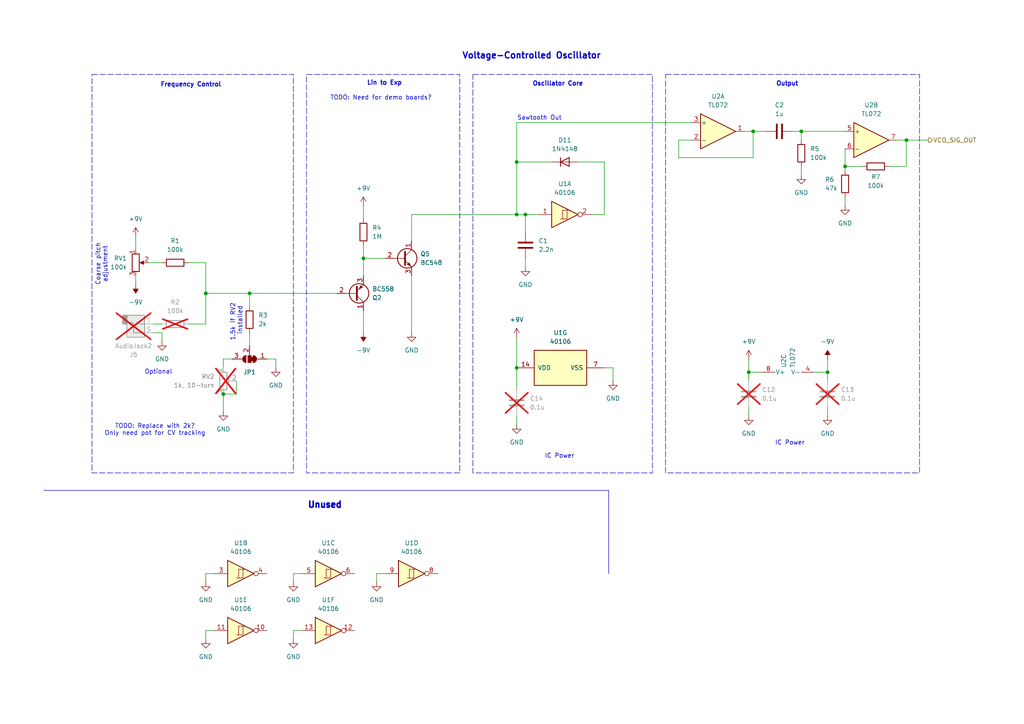
<source format=kicad_sch>
(kicad_sch (version 20250114) (generator "eeschema") (generator_version "9.0")
  (paper "A4")
  (lib_symbols
    (symbol "4xxx:40106" (pin_names (offset 1.016))
      (property "Reference" "U" (at 0 1.27 0))
      (property "Value" "40106" (at 0 -1.27 0))
      (symbol "40106_1_0"
        (polyline (pts (xy -3.81 3.81) (xy -3.81 -3.81) (xy 3.81 0) (xy -3.81 3.81)) (stroke (width 0.254)) (fill (type background)))
        (polyline (pts (xy -1.27 -1.27) (xy 0.635 -1.27) (xy 0.635 1.27) (xy 1.27 1.27)))
        (polyline (pts (xy -0.635 -1.27) (xy -0.635 1.27) (xy 0.635 1.27)))
        (pin input line (at -7.62 0 0) (length 3.81) (name "~") (number "1"))
        (pin output inverted (at 7.62 0 180) (length 3.81) (name "~") (number "2"))
      )
      (symbol "40106_2_0"
        (polyline (pts (xy -3.81 3.81) (xy -3.81 -3.81) (xy 3.81 0) (xy -3.81 3.81)) (stroke (width 0.254)) (fill (type background)))
        (polyline (pts (xy -1.27 -1.27) (xy 0.635 -1.27) (xy 0.635 1.27) (xy 1.27 1.27)))
        (polyline (pts (xy -0.635 -1.27) (xy -0.635 1.27) (xy 0.635 1.27)))
        (pin input line (at -7.62 0 0) (length 3.81) (name "~") (number "3"))
        (pin output inverted (at 7.62 0 180) (length 3.81) (name "~") (number "4"))
      )
      (symbol "40106_3_0"
        (polyline (pts (xy -3.81 3.81) (xy -3.81 -3.81) (xy 3.81 0) (xy -3.81 3.81)) (stroke (width 0.254)) (fill (type background)))
        (polyline (pts (xy -1.27 -1.27) (xy 0.635 -1.27) (xy 0.635 1.27) (xy 1.27 1.27)))
        (polyline (pts (xy -0.635 -1.27) (xy -0.635 1.27) (xy 0.635 1.27)))
        (pin input line (at -7.62 0 0) (length 3.81) (name "~") (number "5"))
        (pin output inverted (at 7.62 0 180) (length 3.81) (name "~") (number "6"))
      )
      (symbol "40106_4_0"
        (polyline (pts (xy -3.81 3.81) (xy -3.81 -3.81) (xy 3.81 0) (xy -3.81 3.81)) (stroke (width 0.254)) (fill (type background)))
        (polyline (pts (xy -1.27 -1.27) (xy 0.635 -1.27) (xy 0.635 1.27) (xy 1.27 1.27)))
        (polyline (pts (xy -0.635 -1.27) (xy -0.635 1.27) (xy 0.635 1.27)))
        (pin input line (at -7.62 0 0) (length 3.81) (name "~") (number "9"))
        (pin output inverted (at 7.62 0 180) (length 3.81) (name "~") (number "8"))
      )
      (symbol "40106_5_0"
        (polyline (pts (xy -3.81 3.81) (xy -3.81 -3.81) (xy 3.81 0) (xy -3.81 3.81)) (stroke (width 0.254)) (fill (type background)))
        (polyline (pts (xy -1.27 -1.27) (xy 0.635 -1.27) (xy 0.635 1.27) (xy 1.27 1.27)))
        (polyline (pts (xy -0.635 -1.27) (xy -0.635 1.27) (xy 0.635 1.27)))
        (pin input line (at -7.62 0 0) (length 3.81) (name "~") (number "11"))
        (pin output inverted (at 7.62 0 180) (length 3.81) (name "~") (number "10"))
      )
      (symbol "40106_6_0"
        (polyline (pts (xy -3.81 3.81) (xy -3.81 -3.81) (xy 3.81 0) (xy -3.81 3.81)) (stroke (width 0.254)) (fill (type background)))
        (polyline (pts (xy -1.27 -1.27) (xy 0.635 -1.27) (xy 0.635 1.27) (xy 1.27 1.27)))
        (polyline (pts (xy -0.635 -1.27) (xy -0.635 1.27) (xy 0.635 1.27)))
        (pin input line (at -7.62 0 0) (length 3.81) (name "~") (number "13"))
        (pin output inverted (at 7.62 0 180) (length 3.81) (name "~") (number "12"))
      )
      (symbol "40106_7_0"
        (pin power_in line (at 0 12.7 270) (length 5.08) (name "VDD") (number "14"))
        (pin power_in line (at 0 -12.7 90) (length 5.08) (name "VSS") (number "7"))
      )
      (symbol "40106_7_1"
        (rectangle (start -5.08 7.62) (end 5.08 -7.62) (stroke (width 0.254)) (fill (type background)))
      )
    )
    (symbol "Amplifier_Operational:TL072" (pin_names (offset 0.127))
      (property "Reference" "U" (at 0 5.08 0))
      (property "Value" "TL072" (at 0 -5.08 0))
      (symbol "TL072_1_1"
        (polyline (pts (xy -5.08 5.08) (xy 5.08 0) (xy -5.08 -5.08) (xy -5.08 5.08)) (stroke (width 0.254)) (fill (type background)))
        (pin input line (at -7.62 2.54 0) (length 2.54) (name "+") (number "3"))
        (pin input line (at -7.62 -2.54 0) (length 2.54) (name "-") (number "2"))
        (pin output line (at 7.62 0 180) (length 2.54) (name "~") (number "1"))
      )
      (symbol "TL072_2_1"
        (polyline (pts (xy -5.08 5.08) (xy 5.08 0) (xy -5.08 -5.08) (xy -5.08 5.08)) (stroke (width 0.254)) (fill (type background)))
        (pin input line (at -7.62 2.54 0) (length 2.54) (name "+") (number "5"))
        (pin input line (at -7.62 -2.54 0) (length 2.54) (name "-") (number "6"))
        (pin output line (at 7.62 0 180) (length 2.54) (name "~") (number "7"))
      )
      (symbol "TL072_3_1"
        (pin power_in line (at -2.54 7.62 270) (length 3.81) (name "V+") (number "8"))
        (pin power_in line (at -2.54 -7.62 90) (length 3.81) (name "V-") (number "4"))
      )
    )
    (symbol "Connector_Audio:AudioJack2"
      (property "Reference" "J" (at 0 8.89 0))
      (property "Value" "AudioJack2" (at 0 6.35 0))
      (symbol "AudioJack2_0_1"
        (rectangle (start -3.81 0) (end -2.54 -2.54) (stroke (width 0.254)) (fill (type outline)))
        (rectangle (start -2.54 3.81) (end 2.54 -2.54) (stroke (width 0.254)) (fill (type background)))
        (polyline (pts (xy 0 0) (xy 0.635 -0.635) (xy 1.27 0) (xy 2.54 0)) (stroke (width 0.254)))
        (polyline (pts (xy 2.54 2.54) (xy -0.635 2.54) (xy -0.635 0) (xy -1.27 -0.635) (xy -1.905 0)) (stroke (width 0.254)))
      )
      (symbol "AudioJack2_1_1"
        (pin passive line (at 5.08 2.54 180) (length 2.54) (name "~") (number "S"))
        (pin passive line (at 5.08 0 180) (length 2.54) (name "~") (number "T"))
      )
    )
    (symbol "Device:C" (pin_numbers (hide yes)) (pin_names (offset 0.254))
      (property "Reference" "C" (at 0.635 2.54 0))
      (property "Value" "C" (at 0.635 -2.54 0))
      (symbol "C_0_1"
        (polyline (pts (xy -2.032 0.762) (xy 2.032 0.762)) (stroke (width 0.508)))
        (polyline (pts (xy -2.032 -0.762) (xy 2.032 -0.762)) (stroke (width 0.508)))
      )
      (symbol "C_1_1"
        (pin passive line (at 0 3.81 270) (length 2.794) (name "~") (number "1"))
        (pin passive line (at 0 -3.81 90) (length 2.794) (name "~") (number "2"))
      )
    )
    (symbol "Device:R" (pin_numbers (hide yes)) (pin_names (offset 0))
      (property "Reference" "R" (at 2.032 0 90))
      (property "Value" "R" (at 0 0 90))
      (symbol "R_0_1"
        (rectangle (start -1.016 -2.54) (end 1.016 2.54) (stroke (width 0.254)))
      )
      (symbol "R_1_1"
        (pin passive line (at 0 3.81 270) (length 1.27) (name "~") (number "1"))
        (pin passive line (at 0 -3.81 90) (length 1.27) (name "~") (number "2"))
      )
    )
    (symbol "Device:R_Potentiometer" (pin_names (offset 1.016) (hide yes))
      (property "Reference" "RV" (at -4.445 0 90))
      (property "Value" "R_Potentiometer" (at -2.54 0 90))
      (symbol "R_Potentiometer_0_1"
        (rectangle (start 1.016 2.54) (end -1.016 -2.54) (stroke (width 0.254)))
        (polyline (pts (xy 1.143 0) (xy 2.286 0.508) (xy 2.286 -0.508) (xy 1.143 0)) (fill (type outline)))
        (polyline (pts (xy 2.54 0) (xy 1.524 0)))
      )
      (symbol "R_Potentiometer_1_1"
        (pin passive line (at 0 3.81 270) (length 1.27) (name "1") (number "1"))
        (pin passive line (at 0 -3.81 90) (length 1.27) (name "3") (number "3"))
        (pin passive line (at 3.81 0 180) (length 1.27) (name "2") (number "2"))
      )
    )
    (symbol "Device:R_Potentiometer_Trim" (pin_names (offset 1.016) (hide yes))
      (property "Reference" "RV" (at -4.445 0 90))
      (property "Value" "R_Potentiometer_Trim" (at -2.54 0 90))
      (symbol "R_Potentiometer_Trim_0_1"
        (rectangle (start 1.016 2.54) (end -1.016 -2.54) (stroke (width 0.254)))
        (polyline (pts (xy 1.524 0.762) (xy 1.524 -0.762)))
        (polyline (pts (xy 2.54 0) (xy 1.524 0)))
      )
      (symbol "R_Potentiometer_Trim_1_1"
        (pin passive line (at 0 3.81 270) (length 1.27) (name "1") (number "1"))
        (pin passive line (at 0 -3.81 90) (length 1.27) (name "3") (number "3"))
        (pin passive line (at 3.81 0 180) (length 1.27) (name "2") (number "2"))
      )
    )
    (symbol "Diode:1N4148" (pin_numbers (hide yes)) (pin_names (hide yes))
      (property "Reference" "D" (at 0 2.54 0))
      (property "Value" "1N4148" (at 0 -2.54 0))
      (symbol "1N4148_0_1"
        (polyline (pts (xy -1.27 1.27) (xy -1.27 -1.27)) (stroke (width 0.254)))
        (polyline (pts (xy 1.27 1.27) (xy 1.27 -1.27) (xy -1.27 0) (xy 1.27 1.27)) (stroke (width 0.254)))
        (polyline (pts (xy 1.27 0) (xy -1.27 0)))
      )
      (symbol "1N4148_1_1"
        (pin passive line (at -3.81 0 0) (length 2.54) (name "K") (number "1"))
        (pin passive line (at 3.81 0 180) (length 2.54) (name "A") (number "2"))
      )
    )
    (symbol "Jumper:SolderJumper_3_Bridged12" (pin_names (offset 0) (hide yes)) (in_bom no)
      (property "Reference" "JP" (at -2.54 -2.54 0))
      (property "Value" "SolderJumper_3_Bridged12" (at 0 2.794 0))
      (symbol "SolderJumper_3_Bridged12_0_1"
        (polyline (pts (xy -2.54 0) (xy -2.032 0)))
        (polyline (pts (xy -1.016 1.016) (xy -1.016 -1.016)))
        (rectangle (start -1.016 0.508) (end -0.508 -0.508) (fill (type outline)))
        (arc (start -1.016 -1.016) (mid -2.0276 0) (end -1.016 1.016))
        (arc (start -1.016 -1.016) (mid -2.0276 0) (end -1.016 1.016) (fill (type outline)))
        (rectangle (start -0.508 1.016) (end 0.508 -1.016) (fill (type outline)))
        (polyline (pts (xy 0 -1.27) (xy 0 -1.016)))
        (arc (start 1.016 1.016) (mid 2.0276 0) (end 1.016 -1.016))
        (arc (start 1.016 1.016) (mid 2.0276 0) (end 1.016 -1.016) (fill (type outline)))
        (polyline (pts (xy 1.016 1.016) (xy 1.016 -1.016)))
        (polyline (pts (xy 2.54 0) (xy 2.032 0)))
      )
      (symbol "SolderJumper_3_Bridged12_1_1"
        (pin passive line (at -5.08 0 0) (length 2.54) (name "A") (number "1"))
        (pin passive line (at 0 -3.81 90) (length 2.54) (name "C") (number "2"))
        (pin passive line (at 5.08 0 180) (length 2.54) (name "B") (number "3"))
      )
    )
    (symbol "Transistor_BJT:BC548" (pin_names (offset 0) (hide yes))
      (property "Reference" "Q" (at 5.08 1.905 0))
      (property "Value" "BC548" (at 5.08 0 0))
      (symbol "BC548_0_1"
        (polyline (pts (xy -2.54 0) (xy 0.635 0)))
        (polyline (pts (xy 0.635 1.905) (xy 0.635 -1.905)) (stroke (width 0.508)))
        (circle (center 1.27 0) (radius 2.8194) (stroke (width 0.254)))
      )
      (symbol "BC548_1_1"
        (polyline (pts (xy 0.635 0.635) (xy 2.54 2.54)))
        (polyline (pts (xy 0.635 -0.635) (xy 2.54 -2.54)))
        (polyline (pts (xy 1.27 -1.778) (xy 1.778 -1.27) (xy 2.286 -2.286) (xy 1.27 -1.778)) (fill (type outline)))
        (pin input line (at -5.08 0 0) (length 2.54) (name "B") (number "2"))
        (pin passive line (at 2.54 5.08 270) (length 2.54) (name "C") (number "1"))
        (pin passive line (at 2.54 -5.08 90) (length 2.54) (name "E") (number "3"))
      )
    )
    (symbol "Transistor_BJT:BC558" (pin_names (offset 0) (hide yes))
      (property "Reference" "Q" (at 5.08 1.905 0))
      (property "Value" "BC558" (at 5.08 0 0))
      (symbol "BC558_0_1"
        (polyline (pts (xy -2.54 0) (xy 0.635 0)))
        (polyline (pts (xy 0.635 1.905) (xy 0.635 -1.905)) (stroke (width 0.508)))
        (polyline (pts (xy 0.635 0.635) (xy 2.54 2.54)))
        (polyline (pts (xy 0.635 -0.635) (xy 2.54 -2.54)))
        (circle (center 1.27 0) (radius 2.8194) (stroke (width 0.254)))
        (polyline (pts (xy 2.286 -1.778) (xy 1.778 -2.286) (xy 1.27 -1.27) (xy 2.286 -1.778)) (fill (type outline)))
      )
      (symbol "BC558_1_1"
        (pin input line (at -5.08 0 0) (length 2.54) (name "B") (number "2"))
        (pin passive line (at 2.54 5.08 270) (length 2.54) (name "C") (number "1"))
        (pin passive line (at 2.54 -5.08 90) (length 2.54) (name "E") (number "3"))
      )
    )
    (symbol "power:+9V" (power) (pin_numbers (hide yes)) (pin_names (offset 0) (hide yes))
      (property "Value" "+9V" (at 0 3.556 0))
      (symbol "+9V_0_1"
        (polyline (pts (xy -0.762 1.27) (xy 0 2.54)))
        (polyline (pts (xy 0 2.54) (xy 0.762 1.27)))
        (polyline (pts (xy 0 0) (xy 0 2.54)))
      )
      (symbol "+9V_1_1"
        (pin power_in line (at 0 0 90) (length 0) (name "~") (number "1"))
      )
    )
    (symbol "power:-9V" (power) (pin_numbers (hide yes)) (pin_names (offset 0) (hide yes))
      (property "Value" "-9V" (at 0 3.556 0))
      (symbol "-9V_0_1"
        (polyline (pts (xy 0 0) (xy 0 2.54)))
        (polyline (pts (xy 0.762 1.27) (xy -0.762 1.27) (xy 0 2.54) (xy 0.762 1.27)) (fill (type outline)))
      )
      (symbol "-9V_1_1"
        (pin power_in line (at 0 0 90) (length 0) (name "~") (number "1"))
      )
    )
    (symbol "power:GND" (power) (pin_numbers (hide yes)) (pin_names (offset 0) (hide yes))
      (property "Value" "GND" (at 0 -3.81 0))
      (symbol "GND_0_1"
        (polyline (pts (xy 0 0) (xy 0 -1.27) (xy 1.27 -1.27) (xy 0 -2.54) (xy -1.27 -1.27) (xy 0 -1.27)))
      )
      (symbol "GND_1_1"
        (pin power_in line (at 0 0 270) (length 0) (name "~") (number "1"))
      )
    )
  )
  (rectangle (start 137.16 21.59) (end 189.23 137.16) (stroke (width 0) (type dash)))
  (rectangle (start 193.04 21.59) (end 266.7 137.16) (stroke (width 0) (type dash)))
  (rectangle (start 88.9 21.59) (end 133.35 137.16) (stroke (width 0) (type dash)))
  (rectangle (start 26.67 21.59) (end 85.09 137.16) (stroke (width 0) (type dash)))
  (text "Unused" (at 94.234 146.558 0) (effects (font (size 1.778 1.778) (thickness 0.508) (bold yes))))
  (text "1.5k if RV2 \ninstalled" (at 68.58 92.964 90) (effects (font (size 1.27 1.27))))
  (text "Coarse pitch\nadjustment" (at 29.464 76.708 90) (effects (font (size 1.27 1.27))))
  (text "Optional" (at 45.974 107.95 0) (effects (font (size 1.27 1.27))))
  (text "TODO: Need for demo boards?" (at 110.49 28.448 0) (effects (font (size 1.27 1.27))))
  (text "IC Power" (at 162.306 132.334 0) (effects (font (size 1.27 1.27) (thickness 0.1588))))
  (text "Oscillator Core\n" (at 161.798 24.384 0) (effects (font (size 1.27 1.27) (thickness 0.254) (bold yes))))
  (text "Lin to Exp" (at 111.506 24.13 0) (effects (font (size 1.27 1.27) (thickness 0.254) (bold yes))))
  (text "Frequency Control" (at 55.372 24.638 0) (effects (font (size 1.27 1.27) (thickness 0.254) (bold yes))))
  (text "IC Power" (at 229.108 128.524 0) (effects (font (size 1.27 1.27) (thickness 0.1588))))
  (text "Sawtooth Out" (at 156.464 34.29 0) (effects (font (size 1.27 1.27))))
  (text "TODO: Replace with 2k?\nOnly need pot for CV tracking" (at 44.958 124.714 0) (effects (font (size 1.27 1.27))))
  (text "Voltage-Controlled Oscillator" (at 154.178 16.256 0) (effects (font (size 1.778 1.778) (thickness 0.3556) (bold yes))))
  (text "Output" (at 228.346 24.384 0) (effects (font (size 1.27 1.27) (thickness 0.254) (bold yes))))
  (junction (at 240.03 107.95))
  (junction (at 149.86 106.68))
  (junction (at 64.77 114.3))
  (junction (at 149.86 62.23))
  (junction (at 232.41 38.1))
  (junction (at 72.39 85.09))
  (junction (at 59.69 85.09))
  (junction (at 152.4 62.23))
  (junction (at 217.17 107.95))
  (junction (at 149.86 46.99))
  (junction (at 218.44 38.1))
  (junction (at 262.89 40.64))
  (junction (at 245.11 48.26))
  (junction (at 105.41 74.93))
  (wire (pts (xy 59.69 85.09) (xy 72.39 85.09)))
  (wire (pts (xy 217.17 107.95) (xy 220.98 107.95)))
  (wire (pts (xy 149.86 97.79) (xy 149.86 106.68)))
  (wire (pts (xy 200.66 40.64) (xy 196.85 40.64)))
  (wire (pts (xy 262.89 48.26) (xy 262.89 40.64)))
  (wire (pts (xy 149.86 46.99) (xy 149.86 62.23)))
  (wire (pts (xy 177.8 106.68) (xy 177.8 110.49)))
  (wire (pts (xy 217.17 118.11) (xy 217.17 120.65)))
  (wire (pts (xy 72.39 85.09) (xy 97.79 85.09)))
  (wire (pts (xy 80.01 104.14) (xy 80.01 106.68)))
  (wire (pts (xy 85.09 182.88) (xy 87.63 182.88)))
  (wire (pts (xy 262.89 40.64) (xy 269.24 40.64)))
  (wire (pts (xy 119.38 62.23) (xy 149.86 62.23)))
  (wire (pts (xy 245.11 43.18) (xy 245.11 48.26)))
  (wire (pts (xy 160.02 46.99) (xy 149.86 46.99)))
  (wire (pts (xy 105.41 74.93) (xy 105.41 80.01)))
  (wire (pts (xy 119.38 80.01) (xy 119.38 96.52)))
  (wire (pts (xy 68.58 110.49) (xy 68.58 114.3)))
  (wire (pts (xy 218.44 38.1) (xy 215.9 38.1)))
  (wire (pts (xy 109.22 168.91) (xy 109.22 166.37)))
  (wire (pts (xy 46.99 96.52) (xy 46.99 99.06)))
  (wire (pts (xy 85.09 168.91) (xy 85.09 166.37)))
  (wire (pts (xy 85.09 185.42) (xy 85.09 182.88)))
  (wire (pts (xy 119.38 69.85) (xy 119.38 62.23)))
  (wire (pts (xy 59.69 76.2) (xy 59.69 85.09)))
  (wire (pts (xy 64.77 114.3) (xy 64.77 119.38)))
  (wire (pts (xy 109.22 166.37) (xy 111.76 166.37)))
  (wire (pts (xy 105.41 90.17) (xy 105.41 96.52)))
  (wire (pts (xy 257.81 48.26) (xy 262.89 48.26)))
  (wire (pts (xy 39.37 68.58) (xy 39.37 72.39)))
  (wire (pts (xy 43.18 76.2) (xy 46.99 76.2)))
  (wire (pts (xy 171.45 62.23) (xy 175.26 62.23)))
  (wire (pts (xy 240.03 118.11) (xy 240.03 120.65)))
  (wire (pts (xy 175.26 62.23) (xy 175.26 46.99)))
  (wire (pts (xy 72.39 85.09) (xy 72.39 88.9)))
  (wire (pts (xy 85.09 166.37) (xy 87.63 166.37)))
  (wire (pts (xy 232.41 38.1) (xy 245.11 38.1)))
  (polyline (pts (xy 12.7 142.24) (xy 176.53 142.24)))
  (wire (pts (xy 262.89 40.64) (xy 260.35 40.64)))
  (wire (pts (xy 59.69 182.88) (xy 62.23 182.88)))
  (wire (pts (xy 39.37 80.01) (xy 39.37 82.55)))
  (wire (pts (xy 175.26 106.68) (xy 177.8 106.68)))
  (wire (pts (xy 149.86 62.23) (xy 152.4 62.23)))
  (wire (pts (xy 44.45 93.98) (xy 46.99 93.98)))
  (wire (pts (xy 105.41 74.93) (xy 105.41 71.12)))
  (wire (pts (xy 54.61 93.98) (xy 59.69 93.98)))
  (wire (pts (xy 232.41 48.26) (xy 232.41 50.8)))
  (wire (pts (xy 229.87 38.1) (xy 232.41 38.1)))
  (wire (pts (xy 218.44 38.1) (xy 222.25 38.1)))
  (wire (pts (xy 54.61 76.2) (xy 59.69 76.2)))
  (wire (pts (xy 149.86 35.56) (xy 200.66 35.56)))
  (wire (pts (xy 196.85 40.64) (xy 196.85 45.72)))
  (wire (pts (xy 217.17 104.14) (xy 217.17 107.95)))
  (wire (pts (xy 196.85 45.72) (xy 218.44 45.72)))
  (wire (pts (xy 59.69 85.09) (xy 59.69 93.98)))
  (wire (pts (xy 175.26 46.99) (xy 167.64 46.99)))
  (wire (pts (xy 59.69 168.91) (xy 59.69 166.37)))
  (wire (pts (xy 59.69 166.37) (xy 62.23 166.37)))
  (wire (pts (xy 149.86 106.68) (xy 149.86 113.03)))
  (wire (pts (xy 77.47 104.14) (xy 80.01 104.14)))
  (polyline (pts (xy 176.53 142.24) (xy 176.53 166.37)))
  (wire (pts (xy 245.11 48.26) (xy 245.11 49.53)))
  (wire (pts (xy 44.45 96.52) (xy 46.99 96.52)))
  (wire (pts (xy 59.69 185.42) (xy 59.69 182.88)))
  (wire (pts (xy 64.77 104.14) (xy 64.77 106.68)))
  (wire (pts (xy 245.11 48.26) (xy 250.19 48.26)))
  (wire (pts (xy 245.11 57.15) (xy 245.11 59.69)))
  (wire (pts (xy 217.17 107.95) (xy 217.17 110.49)))
  (wire (pts (xy 105.41 59.69) (xy 105.41 63.5)))
  (wire (pts (xy 149.86 120.65) (xy 149.86 123.19)))
  (wire (pts (xy 152.4 62.23) (xy 152.4 67.31)))
  (wire (pts (xy 67.31 104.14) (xy 64.77 104.14)))
  (wire (pts (xy 218.44 45.72) (xy 218.44 38.1)))
  (wire (pts (xy 152.4 62.23) (xy 156.21 62.23)))
  (wire (pts (xy 105.41 74.93) (xy 111.76 74.93)))
  (wire (pts (xy 240.03 107.95) (xy 240.03 104.14)))
  (wire (pts (xy 72.39 96.52) (xy 72.39 100.33)))
  (wire (pts (xy 236.22 107.95) (xy 240.03 107.95)))
  (wire (pts (xy 68.58 114.3) (xy 64.77 114.3)))
  (wire (pts (xy 240.03 107.95) (xy 240.03 110.49)))
  (wire (pts (xy 149.86 46.99) (xy 149.86 35.56)))
  (wire (pts (xy 152.4 74.93) (xy 152.4 77.47)))
  (wire (pts (xy 232.41 38.1) (xy 232.41 40.64)))
  (hierarchical_label "VCO_SIG_OUT" (shape output) (at 269.24 40.64 0))
  (symbol (lib_id "power:-9V") (at 39.37 82.55 180) (unit 1)
    (property "Reference" "#PWR067" (effects (hide yes)))
    (property "Value" "-9V" (at 39.37 87.63 0))
    (property "Description" "Power symbol creates a global label with name \"-9V\"" (effects (hide yes)))
  )
  (symbol (lib_id "Connector_Audio:AudioJack2") (at 39.37 93.98 0) (mirror x) (unit 1) (dnp yes)
    (property "Reference" "J5" (at 38.735 102.87 0))
    (property "Value" "AudioJack2" (at 38.735 100.33 0))
    (property "Footprint" "Connector_Audio:Jack_3.5mm_CUI_SJ1-3513N_Horizontal" (effects (hide yes)))
    (property "Description" "Audio Jack, 2 Poles (Mono / TS)" (effects (hide yes)))
  )
  (symbol (lib_id "power:+9V") (at 149.86 97.79 0) (unit 1)
    (property "Reference" "#PWR06" (effects (hide yes)))
    (property "Value" "+9V" (at 149.86 92.71 0))
    (property "Description" "Power symbol creates a global label with name \"+9V\"" (effects (hide yes)))
  )
  (symbol (lib_id "4xxx:40106") (at 69.85 166.37 0) (unit 2)
    (property "Reference" "U1" (at 69.85 157.48 0))
    (property "Value" "40106" (at 69.85 160.02 0))
    (property "Footprint" "Package_DIP:DIP-14_W7.62mm" (effects (hide yes)))
    (property "Datasheet" "https://assets.nexperia.com/documents/data-sheet/HEF40106B.pdf" (effects (hide yes)))
    (property "Description" "Hex Schmitt trigger inverter" (effects (hide yes)))
  )
  (symbol (lib_id "Device:R") (at 254 48.26 90) (unit 1)
    (property "Reference" "R7" (at 254 51.308 90))
    (property "Value" "100k" (at 254 53.848 90))
    (property "Footprint" "Resistor_THT:R_Axial_DIN0207_L6.3mm_D2.5mm_P10.16mm_Horizontal" (effects (hide yes)))
    (property "Description" "Resistor" (effects (hide yes)))
  )
  (symbol (lib_id "power:GND") (at 152.4 77.47 0) (unit 1)
    (property "Reference" "#PWR08" (effects (hide yes)))
    (property "Value" "GND" (at 152.4 82.55 0))
    (property "Description" "Power symbol creates a global label with name \"GND\" , ground" (effects (hide yes)))
  )
  (symbol (lib_id "power:GND") (at 64.77 119.38 0) (unit 1)
    (property "Reference" "#PWR04" (effects (hide yes)))
    (property "Value" "GND" (at 64.77 124.46 0))
    (property "Description" "Power symbol creates a global label with name \"GND\" , ground" (effects (hide yes)))
  )
  (symbol (lib_id "Diode:1N4148") (at 163.83 46.99 0) (unit 1)
    (property "Reference" "D11" (at 163.83 40.64 0))
    (property "Value" "1N4148" (at 163.83 43.18 0))
    (property "Footprint" "Diode_THT:D_DO-35_SOD27_P7.62mm_Horizontal" (effects (hide yes)))
    (property "Datasheet" "https://assets.nexperia.com/documents/data-sheet/1N4148_1N4448.pdf" (effects (hide yes)))
    (property "Description" "100V 0.15A standard switching diode, DO-35" (effects (hide yes)))
    (property "Sim.Device" "D" (effects (hide yes)))
    (property "Sim.Pins" "1=K 2=A" (effects (hide yes)))
  )
  (symbol (lib_id "power:-9V") (at 105.41 96.52 180) (unit 1)
    (property "Reference" "#PWR068" (effects (hide yes)))
    (property "Value" "-9V" (at 105.41 101.6 0))
    (property "Description" "Power symbol creates a global label with name \"-9V\"" (effects (hide yes)))
  )
  (symbol (lib_id "Device:R") (at 105.41 67.31 0) (unit 1)
    (property "Reference" "R4" (at 107.95 66.0399 0) (effects (justify left)))
    (property "Value" "1M" (at 107.95 68.5799 0) (effects (justify left)))
    (property "Footprint" "Resistor_THT:R_Axial_DIN0207_L6.3mm_D2.5mm_P10.16mm_Horizontal" (effects (hide yes)))
    (property "Description" "Resistor" (effects (hide yes)))
  )
  (symbol (lib_id "Device:R") (at 50.8 93.98 90) (unit 1) (dnp yes)
    (property "Reference" "R2" (at 50.8 87.63 90))
    (property "Value" "100k" (at 50.8 90.17 90))
    (property "Footprint" "Resistor_THT:R_Axial_DIN0207_L6.3mm_D2.5mm_P10.16mm_Horizontal" (effects (hide yes)))
    (property "Description" "Resistor" (effects (hide yes)))
  )
  (symbol (lib_id "power:GND") (at 149.86 123.19 0) (unit 1)
    (property "Reference" "#PWR048" (effects (hide yes)))
    (property "Value" "GND" (at 149.86 128.27 0))
    (property "Description" "Power symbol creates a global label with name \"GND\" , ground" (effects (hide yes)))
  )
  (symbol (lib_id "Amplifier_Operational:TL072") (at 208.28 38.1 0) (unit 1)
    (property "Reference" "U2" (at 208.28 27.94 0))
    (property "Value" "TL072" (at 208.28 30.48 0))
    (property "Footprint" "Package_DIP:DIP-8_W7.62mm" (effects (hide yes)))
    (property "Datasheet" "http://www.ti.com/lit/ds/symlink/tl071.pdf" (effects (hide yes)))
    (property "Description" "Dual Low-Noise JFET-Input Operational Amplifiers, DIP-8/SOIC-8" (effects (hide yes)))
  )
  (symbol (lib_id "power:-9V") (at 240.03 104.14 0) (unit 1)
    (property "Reference" "#PWR070" (effects (hide yes)))
    (property "Value" "-9V" (at 240.03 99.06 0))
    (property "Description" "Power symbol creates a global label with name \"-9V\"" (effects (hide yes)))
  )
  (symbol (lib_id "Amplifier_Operational:TL072") (at 228.6 105.41 90) (unit 3)
    (property "Reference" "U2" (at 227.3299 106.68 0) (effects (justify left)))
    (property "Value" "TL072" (at 229.8699 106.68 0) (effects (justify left)))
    (property "Footprint" "Package_DIP:DIP-8_W7.62mm" (effects (hide yes)))
    (property "Datasheet" "http://www.ti.com/lit/ds/symlink/tl071.pdf" (effects (hide yes)))
    (property "Description" "Dual Low-Noise JFET-Input Operational Amplifiers, DIP-8/SOIC-8" (effects (hide yes)))
  )
  (symbol (lib_id "power:GND") (at 245.11 59.69 0) (unit 1)
    (property "Reference" "#PWR01" (effects (hide yes)))
    (property "Value" "GND" (at 245.11 64.77 0))
    (property "Description" "Power symbol creates a global label with name \"GND\" , ground" (effects (hide yes)))
  )
  (symbol (lib_id "power:GND") (at 85.09 168.91 0) (unit 1)
    (property "Reference" "#PWR037" (effects (hide yes)))
    (property "Value" "GND" (at 85.09 173.99 0))
    (property "Description" "Power symbol creates a global label with name \"GND\" , ground" (effects (hide yes)))
  )
  (symbol (lib_id "Transistor_BJT:BC548") (at 116.84 74.93 0) (unit 1)
    (property "Reference" "Q5" (at 121.92 73.6599 0) (effects (justify left)))
    (property "Value" "BC548" (at 121.92 76.1999 0) (effects (justify left)))
    (property "Footprint" "Package_TO_SOT_THT:TO-92_Inline" (effects (hide yes)))
    (property "Datasheet" "https://www.onsemi.com/pub/Collateral/BC550-D.pdf" (effects (hide yes)))
    (property "Description" "0.1A Ic, 30V Vce, Small Signal NPN Transistor, TO-92" (effects (hide yes)))
  )
  (symbol (lib_id "power:+9V") (at 39.37 68.58 0) (unit 1)
    (property "Reference" "#PWR047" (effects (hide yes)))
    (property "Value" "+9V" (at 39.37 63.5 0))
    (property "Description" "Power symbol creates a global label with name \"+9V\"" (effects (hide yes)))
  )
  (symbol (lib_id "Device:R_Potentiometer") (at 39.37 76.2 0) (unit 1)
    (property "Reference" "RV1" (at 36.83 74.9299 0) (effects (justify right)))
    (property "Value" "100k" (at 36.83 77.4699 0) (effects (justify right)))
    (property "Footprint" "Potentiometer_THT:Potentiometer_Bourns_PTV09A-1_Single_Vertical" (effects (hide yes)))
    (property "Description" "Potentiometer" (effects (hide yes)))
  )
  (symbol (lib_id "4xxx:40106") (at 69.85 182.88 0) (unit 5)
    (property "Reference" "U1" (at 69.85 173.99 0))
    (property "Value" "40106" (at 69.85 176.53 0))
    (property "Footprint" "Package_DIP:DIP-14_W7.62mm" (effects (hide yes)))
    (property "Datasheet" "https://assets.nexperia.com/documents/data-sheet/HEF40106B.pdf" (effects (hide yes)))
    (property "Description" "Hex Schmitt trigger inverter" (effects (hide yes)))
  )
  (symbol (lib_id "power:GND") (at 85.09 185.42 0) (unit 1)
    (property "Reference" "#PWR038" (effects (hide yes)))
    (property "Value" "GND" (at 85.09 190.5 0))
    (property "Description" "Power symbol creates a global label with name \"GND\" , ground" (effects (hide yes)))
  )
  (symbol (lib_id "Device:R") (at 245.11 53.34 0) (unit 1)
    (property "Reference" "R6" (at 239.268 52.07 0) (effects (justify left)))
    (property "Value" "47k" (at 239.268 54.61 0) (effects (justify left)))
    (property "Footprint" "Resistor_THT:R_Axial_DIN0207_L6.3mm_D2.5mm_P10.16mm_Horizontal" (effects (hide yes)))
    (property "Description" "Resistor" (effects (hide yes)))
  )
  (symbol (lib_id "power:GND") (at 217.17 120.65 0) (unit 1)
    (property "Reference" "#PWR044" (effects (hide yes)))
    (property "Value" "GND" (at 217.17 125.73 0))
    (property "Description" "Power symbol creates a global label with name \"GND\" , ground" (effects (hide yes)))
  )
  (symbol (lib_id "power:GND") (at 59.69 168.91 0) (unit 1)
    (property "Reference" "#PWR035" (effects (hide yes)))
    (property "Value" "GND" (at 59.69 173.99 0))
    (property "Description" "Power symbol creates a global label with name \"GND\" , ground" (effects (hide yes)))
  )
  (symbol (lib_id "power:GND") (at 232.41 50.8 0) (unit 1)
    (property "Reference" "#PWR09" (effects (hide yes)))
    (property "Value" "GND" (at 232.41 55.88 0))
    (property "Description" "Power symbol creates a global label with name \"GND\" , ground" (effects (hide yes)))
  )
  (symbol (lib_id "power:GND") (at 80.01 106.68 0) (unit 1)
    (property "Reference" "#PWR02" (effects (hide yes)))
    (property "Value" "GND" (at 80.01 111.76 0))
    (property "Description" "Power symbol creates a global label with name \"GND\" , ground" (effects (hide yes)))
  )
  (symbol (lib_id "Device:C") (at 149.86 116.84 0) (unit 1) (dnp yes)
    (property "Reference" "C14" (at 153.67 115.5699 0) (effects (justify left)))
    (property "Value" "0.1u" (at 153.67 118.1099 0) (effects (justify left)))
    (property "Footprint" "Capacitor_THT:C_Disc_D6.0mm_W2.5mm_P5.00mm" (effects (hide yes)))
    (property "Description" "Unpolarized capacitor" (effects (hide yes)))
  )
  (symbol (lib_id "4xxx:40106") (at 162.56 106.68 90) (unit 7)
    (property "Reference" "U1" (at 162.56 96.52 90))
    (property "Value" "40106" (at 162.56 99.06 90))
    (property "Footprint" "Package_DIP:DIP-14_W7.62mm" (effects (hide yes)))
    (property "Datasheet" "https://assets.nexperia.com/documents/data-sheet/HEF40106B.pdf" (effects (hide yes)))
    (property "Description" "Hex Schmitt trigger inverter" (effects (hide yes)))
  )
  (symbol (lib_id "Transistor_BJT:BC558") (at 102.87 85.09 0) (mirror x) (unit 1)
    (property "Reference" "Q2" (at 107.95 86.3601 0) (effects (justify left)))
    (property "Value" "BC558" (at 107.95 83.8201 0) (effects (justify left)))
    (property "Footprint" "Package_TO_SOT_THT:TO-92_Inline" (effects (hide yes)))
    (property "Datasheet" "https://www.onsemi.com/pub/Collateral/BC556BTA-D.pdf" (effects (hide yes)))
    (property "Description" "0.1A Ic, 30V Vce, PNP Small Signal Transistor, TO-92" (effects (hide yes)))
  )
  (symbol (lib_id "Device:C") (at 240.03 114.3 0) (unit 1) (dnp yes)
    (property "Reference" "C13" (at 243.84 113.0299 0) (effects (justify left)))
    (property "Value" "0.1u" (at 243.84 115.5699 0) (effects (justify left)))
    (property "Footprint" "Capacitor_THT:C_Disc_D6.0mm_W2.5mm_P5.00mm" (effects (hide yes)))
    (property "Description" "Unpolarized capacitor" (effects (hide yes)))
  )
  (symbol (lib_id "Device:R") (at 50.8 76.2 90) (unit 1)
    (property "Reference" "R1" (at 50.8 69.85 90))
    (property "Value" "100k" (at 50.8 72.39 90))
    (property "Footprint" "Resistor_THT:R_Axial_DIN0207_L6.3mm_D2.5mm_P10.16mm_Horizontal" (effects (hide yes)))
    (property "Description" "Resistor" (effects (hide yes)))
  )
  (symbol (lib_id "power:GND") (at 240.03 120.65 0) (unit 1)
    (property "Reference" "#PWR045" (effects (hide yes)))
    (property "Value" "GND" (at 240.03 125.73 0))
    (property "Description" "Power symbol creates a global label with name \"GND\" , ground" (effects (hide yes)))
  )
  (symbol (lib_id "Device:R_Potentiometer_Trim") (at 64.77 110.49 0) (unit 1) (dnp yes)
    (property "Reference" "RV2" (at 62.23 109.2199 0) (effects (justify right)))
    (property "Value" "1k, 10-turn" (at 62.23 111.7599 0) (effects (justify right)))
    (property "Footprint" "Potentiometer_THT:Potentiometer_Bourns_3296W_Vertical" (effects (hide yes)))
    (property "Description" "Trim-potentiometer" (effects (hide yes)))
  )
  (symbol (lib_id "Device:C") (at 152.4 71.12 0) (unit 1)
    (property "Reference" "C1" (at 156.21 69.8499 0) (effects (justify left)))
    (property "Value" "2.2n" (at 156.21 72.3899 0) (effects (justify left)))
    (property "Footprint" "Capacitor_THT:C_Disc_D6.0mm_W2.5mm_P5.00mm" (effects (hide yes)))
    (property "Description" "Unpolarized capacitor" (effects (hide yes)))
  )
  (symbol (lib_id "Device:C") (at 217.17 114.3 0) (unit 1) (dnp yes)
    (property "Reference" "C12" (at 220.98 113.0299 0) (effects (justify left)))
    (property "Value" "0.1u" (at 220.98 115.5699 0) (effects (justify left)))
    (property "Footprint" "Capacitor_THT:C_Disc_D6.0mm_W2.5mm_P5.00mm" (effects (hide yes)))
    (property "Description" "Unpolarized capacitor" (effects (hide yes)))
  )
  (symbol (lib_id "power:+9V") (at 105.41 59.69 0) (unit 1)
    (property "Reference" "#PWR046" (effects (hide yes)))
    (property "Value" "+9V" (at 105.41 54.61 0))
    (property "Description" "Power symbol creates a global label with name \"+9V\"" (effects (hide yes)))
  )
  (symbol (lib_id "4xxx:40106") (at 119.38 166.37 0) (unit 4)
    (property "Reference" "U1" (at 119.38 157.48 0))
    (property "Value" "40106" (at 119.38 160.02 0))
    (property "Footprint" "Package_DIP:DIP-14_W7.62mm" (effects (hide yes)))
    (property "Datasheet" "https://assets.nexperia.com/documents/data-sheet/HEF40106B.pdf" (effects (hide yes)))
    (property "Description" "Hex Schmitt trigger inverter" (effects (hide yes)))
  )
  (symbol (lib_id "Jumper:SolderJumper_3_Bridged12") (at 72.39 104.14 180) (unit 1) (in_bom no)
    (property "Reference" "JP1" (at 72.39 107.95 0))
    (property "Value" "SolderJumper_3_Bridged12" (effects (hide yes)))
    (property "Description" "3-pole Solder Jumper, pins 1+2 closed/bridged" (effects (hide yes)))
  )
  (symbol (lib_id "power:GND") (at 46.99 99.06 0) (unit 1)
    (property "Reference" "#PWR03" (effects (hide yes)))
    (property "Value" "GND" (at 46.99 104.14 0))
    (property "Description" "Power symbol creates a global label with name \"GND\" , ground" (effects (hide yes)))
  )
  (symbol (lib_id "power:+9V") (at 217.17 104.14 0) (unit 1)
    (property "Reference" "#PWR069" (effects (hide yes)))
    (property "Value" "+9V" (at 217.17 99.06 0))
    (property "Description" "Power symbol creates a global label with name \"+9V\"" (effects (hide yes)))
  )
  (symbol (lib_id "Device:R") (at 232.41 44.45 0) (unit 1)
    (property "Reference" "R5" (at 234.95 43.1799 0) (effects (justify left)))
    (property "Value" "100k" (at 234.95 45.7199 0) (effects (justify left)))
    (property "Footprint" "Resistor_THT:R_Axial_DIN0207_L6.3mm_D2.5mm_P10.16mm_Horizontal" (effects (hide yes)))
    (property "Description" "Resistor" (effects (hide yes)))
  )
  (symbol (lib_id "power:GND") (at 119.38 96.52 0) (unit 1)
    (property "Reference" "#PWR07" (effects (hide yes)))
    (property "Value" "GND" (at 119.38 101.6 0))
    (property "Description" "Power symbol creates a global label with name \"GND\" , ground" (effects (hide yes)))
  )
  (symbol (lib_id "4xxx:40106") (at 95.25 182.88 0) (unit 6)
    (property "Reference" "U1" (at 95.25 173.99 0))
    (property "Value" "40106" (at 95.25 176.53 0))
    (property "Footprint" "Package_DIP:DIP-14_W7.62mm" (effects (hide yes)))
    (property "Datasheet" "https://assets.nexperia.com/documents/data-sheet/HEF40106B.pdf" (effects (hide yes)))
    (property "Description" "Hex Schmitt trigger inverter" (effects (hide yes)))
  )
  (symbol (lib_id "Device:R") (at 72.39 92.71 0) (unit 1)
    (property "Reference" "R3" (at 74.93 91.4399 0) (effects (justify left)))
    (property "Value" "2k" (at 74.93 93.9799 0) (effects (justify left)))
    (property "Footprint" "Resistor_THT:R_Axial_DIN0207_L6.3mm_D2.5mm_P10.16mm_Horizontal" (effects (hide yes)))
    (property "Description" "Resistor" (effects (hide yes)))
  )
  (symbol (lib_id "power:GND") (at 109.22 168.91 0) (unit 1)
    (property "Reference" "#PWR039" (effects (hide yes)))
    (property "Value" "GND" (at 109.22 173.99 0))
    (property "Description" "Power symbol creates a global label with name \"GND\" , ground" (effects (hide yes)))
  )
  (symbol (lib_id "power:GND") (at 177.8 110.49 0) (unit 1)
    (property "Reference" "#PWR049" (effects (hide yes)))
    (property "Value" "GND" (at 177.8 115.57 0))
    (property "Description" "Power symbol creates a global label with name \"GND\" , ground" (effects (hide yes)))
  )
  (symbol (lib_id "Amplifier_Operational:TL072") (at 252.73 40.64 0) (unit 2)
    (property "Reference" "U2" (at 252.73 30.48 0))
    (property "Value" "TL072" (at 252.73 33.02 0))
    (property "Footprint" "Package_DIP:DIP-8_W7.62mm" (effects (hide yes)))
    (property "Datasheet" "http://www.ti.com/lit/ds/symlink/tl071.pdf" (effects (hide yes)))
    (property "Description" "Dual Low-Noise JFET-Input Operational Amplifiers, DIP-8/SOIC-8" (effects (hide yes)))
  )
  (symbol (lib_id "4xxx:40106") (at 95.25 166.37 0) (unit 3)
    (property "Reference" "U1" (at 95.25 157.48 0))
    (property "Value" "40106" (at 95.25 160.02 0))
    (property "Footprint" "Package_DIP:DIP-14_W7.62mm" (effects (hide yes)))
    (property "Datasheet" "https://assets.nexperia.com/documents/data-sheet/HEF40106B.pdf" (effects (hide yes)))
    (property "Description" "Hex Schmitt trigger inverter" (effects (hide yes)))
  )
  (symbol (lib_id "Device:C") (at 226.06 38.1 90) (unit 1)
    (property "Reference" "C2" (at 226.06 30.48 90))
    (property "Value" "1u" (at 226.06 33.02 90))
    (property "Footprint" "Capacitor_THT:C_Disc_D6.0mm_W2.5mm_P5.00mm" (effects (hide yes)))
    (property "Description" "Unpolarized capacitor" (effects (hide yes)))
  )
  (symbol (lib_id "4xxx:40106") (at 163.83 62.23 0) (unit 1)
    (property "Reference" "U1" (at 163.83 53.34 0))
    (property "Value" "40106" (at 163.83 55.88 0))
    (property "Footprint" "Package_DIP:DIP-14_W7.62mm" (effects (hide yes)))
    (property "Datasheet" "https://assets.nexperia.com/documents/data-sheet/HEF40106B.pdf" (effects (hide yes)))
    (property "Description" "Hex Schmitt trigger inverter" (effects (hide yes)))
  )
  (symbol (lib_id "power:GND") (at 59.69 185.42 0) (unit 1)
    (property "Reference" "#PWR036" (effects (hide yes)))
    (property "Value" "GND" (at 59.69 190.5 0))
    (property "Description" "Power symbol creates a global label with name \"GND\" , ground" (effects (hide yes)))
  )
)
</source>
